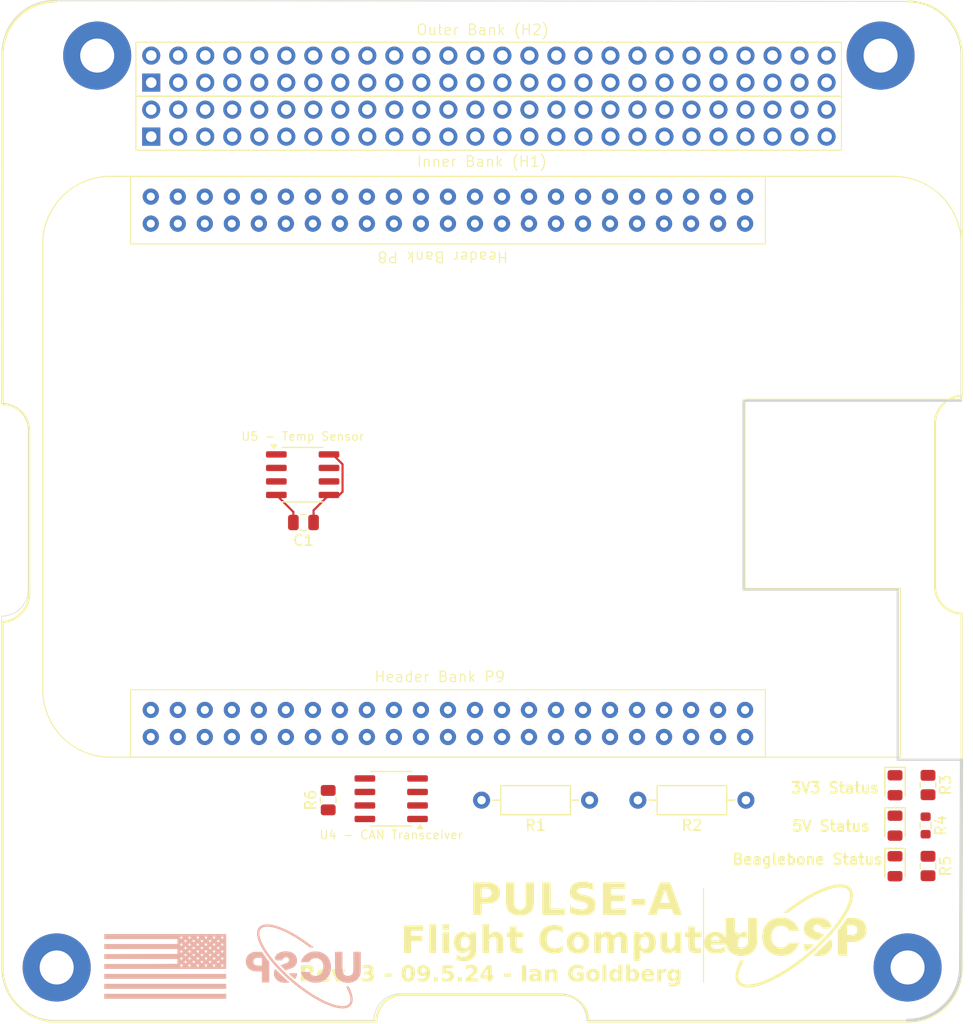
<source format=kicad_pcb>
(kicad_pcb (version 20240108) (generator "pcbnew") (generator_version "8.0")
  (title_block (title "Fight Computer Motherboard - Ian Goldberg"))
  (layers (0 "F.Cu" signal) (31 "B.Cu" signal) (34 "B.Paste" user) (35 "F.Paste" user) (36 "B.SilkS" user "B.Silkscreen") (37 "F.SilkS" user "F.Silkscreen") (38 "B.Mask" user) (39 "F.Mask" user) (44 "Edge.Cuts" user))
  (net 0 "")
  (net 1 "/5V")
  (net 2 "/I2C_SCL")
  (net 3 "/I2C_SDA")
  (net 5 "/GPIO2_1")
  (net 7 "/GPIO2_24")
  (net 8 "/SYS_RESETn")
  (net 9 "/UART_TX")
  (net 11 "/GPIO2_12")
  (net 12 "GND")
  (net 13 "/CAN_SLNT")
  (net 15 "/GPIO2_23")
  (net 16 "/GPIO2_8")
  (net 18 "/GPIO2_10")
  (net 19 "/CAN1_RX")
  (net 21 "/UART_RX")
  (net 22 "/GPIO2_6")
  (net 23 "/GPIO2_7")
  (net 24 "/GPIO1_13")
  (net 25 "/GPIO1_27")
  (net 26 "/GPIO2_9")
  (net 30 "/GPIO2_25")
  (net 31 "/GPIO1_15")
  (net 33 "/GPIO0_7")
  (net 34 "/GPI02_22")
  (net 37 "/GPIO2_13")
  (net 38 "/GPIO1_12")
  (net 39 "/GPIO1_17")
  (net 44 "/CAN1_TX")
  (net 51 "/GPIO1_26")
  (net 53 "/GPIO1_14")
  (net 64 "/CAN_L")
  (net 65 "/3V3")
  (net 66 "/GPIO1_28")
  (net 68 "/CAN_H")
  (net 92 "/GPIO3_20")
  (net 93 "/FC_TEMP")
  (net 100 "/GPIO1_29")
  (net 104 "/GPIO1_16")
  (net 105 "/GPIO3_19")
  (net 106 "/CAN_SNLT")
  (net 107 "/GPIO2_11")
  (net 133 "/CAN1_SLNT")
  (net 134 "Net-(D1-K)")
  (net 135 "Net-(D2-K)")
  (net 136 "Net-(D3-K)")
  (footprint "Resistor_SMD:R_0805_2012Metric" (layer "F.Cu") (at 167.1 147.88 -90)
    (property "Reference" "R3" (at 0 -1.65 90) (layer "F.SilkS"))
    (property "Value" "15")
    (pad "1" smd roundrect (at -0.9125 0 270) (size 1.025 1.4) (layers "F.Cu" "F.Paste" "F.Mask") (roundrect_rratio 0.243902) (net 134 "Net-(D1-K)"))
    (pad "2" smd roundrect (at 0.9125 0 270) (size 1.025 1.4) (layers "F.Cu" "F.Paste" "F.Mask") (roundrect_rratio 0.243902) (net 12 "GND"))
  )
  (footprint "LED_SMD:LED_0805_2012Metric" (layer "F.Cu") (at 164 155.5125 -90)
    (property "Reference" "D3" (hide yes))
    (property "Value" "Beaglebone Ready")
    (pad "1" smd roundrect (at -0.9375 0 270) (size 0.975 1.4) (layers "F.Cu" "F.Paste" "F.Mask") (net 136 "Net-(D3-K)"))
    (pad "2" smd roundrect (at 0.9375 0 270) (size 0.975 1.4) (layers "F.Cu" "F.Paste" "F.Mask") (net 8 "/SYS_RESETn"))
  )
  (footprint "LED_SMD:LED_0805_2012Metric" (layer "F.Cu") (at 164 147.9 -90)
    (property "Reference" "D1" (hide yes))
    (property "Value" "3V3 Status")
    (pad "1" smd roundrect (at -0.9375 0 270) (size 0.975 1.4) (layers "F.Cu" "F.Paste" "F.Mask") (net 134 "Net-(D1-K)"))
    (pad "2" smd roundrect (at 0.9375 0 270) (size 0.975 1.4) (layers "F.Cu" "F.Paste" "F.Mask") (net 65 "/3V3"))
  )
  (footprint "LED_SMD:LED_0805_2012Metric" (layer "F.Cu") (at 164 151.7 -90)
    (property "Reference" "D2" (hide yes))
    (property "Value" "5V Status")
    (pad "1" smd roundrect (at -0.9375 0 270) (size 0.975 1.4) (layers "F.Cu" "F.Paste" "F.Mask") (net 135 "Net-(D2-K)"))
    (pad "2" smd roundrect (at 0.9375 0 270) (size 0.975 1.4) (layers "F.Cu" "F.Paste" "F.Mask") (net 1 "/5V"))
  )
  (footprint "Package_SO:SOIC-8_3.9x4.9mm_P1.27mm" (layer "F.Cu") (at 108.3 118.7)
    (property "Reference" "U5 - Temp Sensor" (at 0 -3.6 0) (layer "F.SilkS") (effects (font (size 0.8 0.8) (thickness 0.1))))
    (property "Value" "TMP36xS")
    (pad "1" smd roundrect (at -2.475 -1.905) (size 1.95 0.6) (layers "F.Cu" "F.Paste" "F.Mask") (net 93 "/FC_TEMP"))
    (pad "2" smd roundrect (at -2.475 -0.635) (size 1.95 0.6) (layers "F.Cu" "F.Paste" "F.Mask"))
    (pad "3" smd roundrect (at -2.475 0.635) (size 1.95 0.6) (layers "F.Cu" "F.Paste" "F.Mask"))
    (pad "4" smd roundrect (at -2.475 1.905) (size 1.95 0.6) (layers "F.Cu" "F.Paste" "F.Mask") (net 12 "GND"))
    (pad "5" smd roundrect (at 2.475 1.905) (size 1.95 0.6) (layers "F.Cu" "F.Paste" "F.Mask") (net 65 "/3V3"))
    (pad "6" smd roundrect (at 2.475 0.635) (size 1.95 0.6) (layers "F.Cu" "F.Paste" "F.Mask"))
    (pad "7" smd roundrect (at 2.475 -0.635) (size 1.95 0.6) (layers "F.Cu" "F.Paste" "F.Mask"))
    (pad "8" smd roundrect (at 2.475 -1.905) (size 1.95 0.6) (layers "F.Cu" "F.Paste" "F.Mask") (net 65 "/3V3"))
  )
  (footprint "Module:BeagleBoneBlackFootprint" (layer "F.Cu") (at 170.22 90.655 180)
    (property "Reference" "U1" (hide yes))
    (property "Value" "~" (hide yes))
    (fp_text user "Header Bank P8" (at 42.545 -6.985 180) (layer "F.SilkS") (effects (font (thickness 0.1)) (justify left bottom)))
    (fp_text user "Header Bank P9" (at 55.245 -47.625 0) (layer "F.SilkS") (effects (font (thickness 0.1)) (justify left bottom)))
    (pad "1" thru_hole circle (at 20.32 -50.165 180) (size 1.524 1.524) (drill 0.762) (layers "*.Cu" "*.Mask") (net 12 "GND"))
    (pad "1" thru_hole circle (at 20.32 -1.905 180) (size 1.524 1.524) (drill 0.762) (layers "*.Cu" "*.Mask") (net 12 "GND"))
    (pad "2" thru_hole circle (at 20.32 -52.705 180) (size 1.524 1.524) (drill 0.762) (layers "*.Cu" "*.Mask") (net 12 "GND"))
    (pad "2" thru_hole circle (at 20.32 -4.445 180) (size 1.524 1.524) (drill 0.762) (layers "*.Cu" "*.Mask") (net 12 "GND"))
    (pad "3" thru_hole circle (at 22.86 -50.165 180) (size 1.524 1.524) (drill 0.762) (layers "*.Cu" "*.Mask"))
    (pad "3" thru_hole circle (at 22.86 -1.905 180) (size 1.524 1.524) (drill 0.762) (layers "*.Cu" "*.Mask"))
    (pad "4" thru_hole circle (at 22.86 -52.705 180) (size 1.524 1.524) (drill 0.762) (layers "*.Cu" "*.Mask"))
    (pad "4" thru_hole circle (at 22.86 -4.445 180) (size 1.524 1.524) (drill 0.762) (layers "*.Cu" "*.Mask"))
    (pad "5" thru_hole circle (at 25.4 -50.165 180) (size 1.524 1.524) (drill 0.762) (layers "*.Cu" "*.Mask") (net 1 "/5V"))
    (pad "5" thru_hole circle (at 25.4 -1.905 180) (size 1.524 1.524) (drill 0.762) (layers "*.Cu" "*.Mask") (net 1 "/5V"))
    (pad "6" thru_hole circle (at 25.4 -52.705 180) (size 1.524 1.524) (drill 0.762) (layers "*.Cu" "*.Mask") (net 1 "/5V"))
    (pad "6" thru_hole circle (at 25.4 -4.445 180) (size 1.524 1.524) (drill 0.762) (layers "*.Cu" "*.Mask") (net 1 "/5V"))
    (pad "7" thru_hole circle (at 27.94 -50.165 180) (size 1.524 1.524) (drill 0.762) (layers "*.Cu" "*.Mask"))
    (pad "7" thru_hole circle (at 27.94 -1.905 180) (size 1.524 1.524) (drill 0.762) (layers "*.Cu" "*.Mask"))
    (pad "8" thru_hole circle (at 27.94 -52.705 180) (size 1.524 1.524) (drill 0.762) (layers "*.Cu" "*.Mask"))
    (pad "8" thru_hole circle (at 27.94 -4.445 180) (size 1.524 1.524) (drill 0.762) (layers "*.Cu" "*.Mask"))
    (pad "9" thru_hole circle (at 30.48 -50.165 180) (size 1.524 1.524) (drill 0.762) (layers "*.Cu" "*.Mask"))
    (pad "9" thru_hole circle (at 30.48 -1.905 180) (size 1.524 1.524) (drill 0.762) (layers "*.Cu" "*.Mask"))
    (pad "10" thru_hole circle (at 30.48 -52.705 180) (size 1.524 1.524) (drill 0.762) (layers "*.Cu" "*.Mask") (net 8 "/SYS_RESETn"))
    (pad "10" thru_hole circle (at 30.48 -4.445 180) (size 1.524 1.524) (drill 0.762) (layers "*.Cu" "*.Mask") (net 8 "/SYS_RESETn"))
    (pad "11" thru_hole circle (at 33.02 -50.165 180) (size 1.524 1.524) (drill 0.762) (layers "*.Cu" "*.Mask") (net 24 "/GPIO1_13"))
    (pad "11" thru_hole circle (at 33.02 -1.905 180) (size 1.524 1.524) (drill 0.762) (layers "*.Cu" "*.Mask") (net 24 "/GPIO1_13"))
    (pad "12" thru_hole circle (at 33.02 -52.705 180) (size 1.524 1.524) (drill 0.762) (layers "*.Cu" "*.Mask") (net 38 "/GPIO1_12"))
    (pad "12" thru_hole circle (at 33.02 -4.445 180) (size 1.524 1.524) (drill 0.762) (layers "*.Cu" "*.Mask") (net 38 "/GPIO1_12"))
    (pad "13" thru_hole circle (at 35.56 -50.165 180) (size 1.524 1.524) (drill 0.762) (layers "*.Cu" "*.Mask"))
    (pad "13" thru_hole circle (at 35.56 -1.905 180) (size 1.524 1.524) (drill 0.762) (layers "*.Cu" "*.Mask"))
    (pad "14" thru_hole circle (at 35.56 -52.705 180) (size 1.524 1.524) (drill 0.762) (layers "*.Cu" "*.Mask") (net 51 "/GPIO1_26"))
    (pad "14" thru_hole circle (at 35.56 -4.445 180) (size 1.524 1.524) (drill 0.762) (layers "*.Cu" "*.Mask") (net 51 "/GPIO1_26"))
    (pad "15" thru_hole circle (at 38.1 -50.165 180) (size 1.524 1.524) (drill 0.762) (layers "*.Cu" "*.Mask") (net 31 "/GPIO1_15"))
    (pad "15" thru_hole circle (at 38.1 -1.905 180) (size 1.524 1.524) (drill 0.762) (layers "*.Cu" "*.Mask") (net 31 "/GPIO1_15"))
    (pad "16" thru_hole circle (at 38.1 -52.705 180) (size 1.524 1.524) (drill 0.762) (layers "*.Cu" "*.Mask") (net 53 "/GPIO1_14"))
    (pad "16" thru_hole circle (at 38.1 -4.445 180) (size 1.524 1.524) (drill 0.762) (layers "*.Cu" "*.Mask") (net 53 "/GPIO1_14"))
    (pad "17" thru_hole circle (at 40.64 -50.165 180) (size 1.524 1.524) (drill 0.762) (layers "*.Cu" "*.Mask") (net 25 "/GPIO1_27"))
    (pad "17" thru_hole circle (at 40.64 -1.905 180) (size 1.524 1.524) (drill 0.762) (layers "*.Cu" "*.Mask") (net 25 "/GPIO1_27"))
    (pad "18" thru_hole circle (at 40.64 -52.705 180) (size 1.524 1.524) (drill 0.762) (layers "*.Cu" "*.Mask") (net 5 "/GPIO2_1"))
    (pad "18" thru_hole circle (at 40.64 -4.445 180) (size 1.524 1.524) (drill 0.762) (layers "*.Cu" "*.Mask") (net 5 "/GPIO2_1"))
    (pad "19" thru_hole circle (at 43.18 -50.165 180) (size 1.524 1.524) (drill 0.762) (layers "*.Cu" "*.Mask"))
    (pad "19" thru_hole circle (at 43.18 -1.905 180) (size 1.524 1.524) (drill 0.762) (layers "*.Cu" "*.Mask"))
    (pad "20" thru_hole circle (at 43.18 -52.705 180) (size 1.524 1.524) (drill 0.762) (layers "*.Cu" "*.Mask"))
    (pad "20" thru_hole circle (at 43.18 -4.445 180) (size 1.524 1.524) (drill 0.762) (layers "*.Cu" "*.Mask"))
    (pad "21" thru_hole circle (at 45.72 -50.165 180) (size 1.524 1.524) (drill 0.762) (layers "*.Cu" "*.Mask") (net 9 "/UART_TX"))
    (pad "21" thru_hole circle (at 45.72 -1.905 180) (size 1.524 1.524) (drill 0.762) (layers "*.Cu" "*.Mask") (net 9 "/UART_TX"))
    (pad "22" thru_hole circle (at 45.72 -52.705 180) (size 1.524 1.524) (drill 0.762) (layers "*.Cu" "*.Mask") (net 21 "/UART_RX"))
    (pad "22" thru_hole circle (at 45.72 -4.445 180) (size 1.524 1.524) (drill 0.762) (layers "*.Cu" "*.Mask") (net 21 "/UART_RX"))
    (pad "23" thru_hole circle (at 48.26 -50.165 180) (size 1.524 1.524) (drill 0.762) (layers "*.Cu" "*.Mask") (net 39 "/GPIO1_17"))
    (pad "23" thru_hole circle (at 48.26 -1.905 180) (size 1.524 1.524) (drill 0.762) (layers "*.Cu" "*.Mask") (net 39 "/GPIO1_17"))
    (pad "24" thru_hole circle (at 48.26 -52.705 180) (size 1.524 1.524) (drill 0.762) (layers "*.Cu" "*.Mask") (net 19 "/CAN1_RX"))
    (pad "24" thru_hole circle (at 48.26 -4.445 180) (size 1.524 1.524) (drill 0.762) (layers "*.Cu" "*.Mask") (net 19 "/CAN1_RX"))
    (pad "25" thru_hole circle (at 50.8 -50.165 180) (size 1.524 1.524) (drill 0.762) (layers "*.Cu" "*.Mask") (net 13 "/CAN_SLNT"))
    (pad "25" thru_hole circle (at 50.8 -1.905 180) (size 1.524 1.524) (drill 0.762) (layers "*.Cu" "*.Mask") (net 13 "/CAN_SLNT"))
    (pad "26" thru_hole circle (at 50.8 -52.705 180) (size 1.524 1.524) (drill 0.762) (layers "*.Cu" "*.Mask") (net 44 "/CAN1_TX"))
    (pad "26" thru_hole circle (at 50.8 -4.445 180) (size 1.524 1.524) (drill 0.762) (layers "*.Cu" "*.Mask") (net 44 "/CAN1_TX"))
    (pad "27" thru_hole circle (at 53.34 -50.165 180) (size 1.524 1.524) (drill 0.762) (layers "*.Cu" "*.Mask") (net 34 "/GPI02_22"))
    (pad "27" thru_hole circle (at 53.34 -1.905 180) (size 1.524 1.524) (drill 0.762) (layers "*.Cu" "*.Mask") (net 34 "/GPI02_22"))
    (pad "28" thru_hole circle (at 53.34 -52.705 180) (size 1.524 1.524) (drill 0.762) (layers "*.Cu" "*.Mask") (net 7 "/GPIO2_24"))
    (pad "28" thru_hole circle (at 53.34 -4.445 180) (size 1.524 1.524) (drill 0.762) (layers "*.Cu" "*.Mask") (net 7 "/GPIO2_24"))
    (pad "29" thru_hole circle (at 55.88 -50.165 180) (size 1.524 1.524) (drill 0.762) (layers "*.Cu" "*.Mask") (net 15 "/GPIO2_23"))
    (pad "29" thru_hole circle (at 55.88 -1.905 180) (size 1.524 1.524) (drill 0.762) (layers "*.Cu" "*.Mask") (net 15 "/GPIO2_23"))
    (pad "30" thru_hole circle (at 55.88 -52.705 180) (size 1.524 1.524) (drill 0.762) (layers "*.Cu" "*.Mask") (net 30 "/GPIO2_25"))
    (pad "30" thru_hole circle (at 55.88 -4.445 180) (size 1.524 1.524) (drill 0.762) (layers "*.Cu" "*.Mask") (net 30 "/GPIO2_25"))
    (pad "31" thru_hole circle (at 58.42 -50.165 180) (size 1.524 1.524) (drill 0.762) (layers "*.Cu" "*.Mask"))
    (pad "31" thru_hole circle (at 58.42 -1.905 180) (size 1.524 1.524) (drill 0.762) (layers "*.Cu" "*.Mask"))
    (pad "32" thru_hole circle (at 58.42 -52.705 180) (size 1.524 1.524) (drill 0.762) (layers "*.Cu" "*.Mask"))
    (pad "32" thru_hole circle (at 58.42 -4.445 180) (size 1.524 1.524) (drill 0.762) (layers "*.Cu" "*.Mask"))
    (pad "33" thru_hole circle (at 60.96 -50.165 180) (size 1.524 1.524) (drill 0.762) (layers "*.Cu" "*.Mask"))
    (pad "33" thru_hole circle (at 60.96 -1.905 180) (size 1.524 1.524) (drill 0.762) (layers "*.Cu" "*.Mask"))
    (pad "34" thru_hole circle (at 60.96 -52.705 180) (size 1.524 1.524) (drill 0.762) (layers "*.Cu" "*.Mask"))
    (pad "34" thru_hole circle (at 60.96 -4.445 180) (size 1.524 1.524) (drill 0.762) (layers "*.Cu" "*.Mask"))
    (pad "35" thru_hole circle (at 63.5 -50.165 180) (size 1.524 1.524) (drill 0.762) (layers "*.Cu" "*.Mask"))
    (pad "35" thru_hole circle (at 63.5 -1.905 180) (size 1.524 1.524) (drill 0.762) (layers "*.Cu" "*.Mask"))
    (pad "36" thru_hole circle (at 63.5 -52.705 180) (size 1.524 1.524) (drill 0.762) (layers "*.Cu" "*.Mask"))
    (pad "36" thru_hole circle (at 63.5 -4.445 180) (size 1.524 1.524) (drill 0.762) (layers "*.Cu" "*.Mask"))
    (pad "37" thru_hole circle (at 66.04 -50.165 180) (size 1.524 1.524) (drill 0.762) (layers "*.Cu" "*.Mask"))
    (pad "37" thru_hole circle (at 66.04 -1.905 180) (size 1.524 1.524) (drill 0.762) (layers "*.Cu" "*.Mask"))
    (pad "38" thru_hole circle (at 66.04 -52.705 180) (size 1.524 1.524) (drill 0.762) (layers "*.Cu" "*.Mask"))
    (pad "38" thru_hole circle (at 66.04 -4.445 180) (size 1.524 1.524) (drill 0.762) (layers "*.Cu" "*.Mask"))
    (pad "39" thru_hole circle (at 68.58 -50.165 180) (size 1.524 1.524) (drill 0.762) (layers "*.Cu" "*.Mask") (net 11 "/GPIO2_12"))
    (pad "39" thru_hole circle (at 68.58 -1.905 180) (size 1.524 1.524) (drill 0.762) (layers "*.Cu" "*.Mask") (net 11 "/GPIO2_12"))
    (pad "40" thru_hole circle (at 68.58 -52.705 180) (size 1.524 1.524) (drill 0.762) (layers "*.Cu" "*.Mask") (net 37 "/GPIO2_13"))
    (pad "40" thru_hole circle (at 68.58 -4.445 180) (size 1.524 1.524) (drill 0.762) (layers "*.Cu" "*.Mask") (net 37 "/GPIO2_13"))
    (pad "41" thru_hole circle (at 71.12 -50.165 180) (size 1.524 1.524) (drill 0.762) (layers "*.Cu" "*.Mask") (net 18 "/GPIO2_10"))
    (pad "41" thru_hole circle (at 71.12 -1.905 180) (size 1.524 1.524) (drill 0.762) (layers "*.Cu" "*.Mask") (net 18 "/GPIO2_10"))
    (pad "42" thru_hole circle (at 71.12 -52.705 180) (size 1.524 1.524) (drill 0.762) (layers "*.Cu" "*.Mask") (net 33 "/GPIO0_7"))
    (pad "42" thru_hole circle (at 71.12 -4.445 180) (size 1.524 1.524) (drill 0.762) (layers "*.Cu" "*.Mask") (net 33 "/GPIO0_7"))
    (pad "43" thru_hole circle (at 73.66 -50.165 180) (size 1.524 1.524) (drill 0.762) (layers "*.Cu" "*.Mask") (net 16 "/GPIO2_8"))
    (pad "43" thru_hole circle (at 73.66 -1.905 180) (size 1.524 1.524) (drill 0.762) (layers "*.Cu" "*.Mask") (net 16 "/GPIO2_8"))
    (pad "44" thru_hole circle (at 73.66 -52.705 180) (size 1.524 1.524) (drill 0.762) (layers "*.Cu" "*.Mask") (net 26 "/GPIO2_9"))
    (pad "44" thru_hole circle (at 73.66 -4.445 180) (size 1.524 1.524) (drill 0.762) (layers "*.Cu" "*.Mask") (net 26 "/GPIO2_9"))
    (pad "45" thru_hole circle (at 76.2 -50.165 180) (size 1.524 1.524) (drill 0.762) (layers "*.Cu" "*.Mask") (net 22 "/GPIO2_6"))
    (pad "45" thru_hole circle (at 76.2 -1.905 180) (size 1.524 1.524) (drill 0.762) (layers "*.Cu" "*.Mask") (net 22 "/GPIO2_6"))
    (pad "46" thru_hole circle (at 76.2 -52.705 180) (size 1.524 1.524) (drill 0.762) (layers "*.Cu" "*.Mask") (net 23 "/GPIO2_7"))
    (pad "46" thru_hole circle (at 76.2 -4.445 180) (size 1.524 1.524) (drill 0.762) (layers "*.Cu" "*.Mask") (net 23 "/GPIO2_7"))
  )
  (footprint "Resistor_THT:R_Axial_DIN0207_L6.3mm_D2.5mm_P10.16mm_Horizontal" (layer "F.Cu") (at 135.28 149.3 180)
    (property "Reference" "R1" (at 5.08 -2.37 180) (layer "F.SilkS"))
    (property "Value" "5.6k")
    (pad "1" thru_hole circle (at 0 0 180) (size 1.6 1.6) (drill 0.8) (layers "*.Cu" "*.Mask") (net 1 "/5V"))
    (pad "2" thru_hole oval (at 10.16 0 180) (size 1.6 1.6) (drill 0.8) (layers "*.Cu" "*.Mask") (net 2 "/I2C_SCL"))
  )
  (footprint "Resistor_SMD:R_0603_1608Metric" (layer "F.Cu") (at 166.875 151.68 -90)
    (property "Reference" "R4" (at 0 -1.43 90) (layer "F.SilkS"))
    (property "Value" "150")
    (pad "1" smd roundrect (at -0.825 0 270) (size 0.8 0.95) (layers "F.Cu" "F.Paste" "F.Mask") (net 135 "Net-(D2-K)"))
    (pad "2" smd roundrect (at 0.825 0 270) (size 0.8 0.95) (layers "F.Cu" "F.Paste" "F.Mask") (net 12 "GND"))
  )
  (footprint "LOGO" (layer "F.Cu") (at 154.5 162.1)
    (property "Reference" "G***" (hide yes))
    (property "Value" "LOGO" (hide yes))
  )
  (footprint "Resistor_SMD:R_0805_2012Metric" (layer "F.Cu") (at 110.7 149.3 90)
    (property "Reference" "R6" (at 0 -1.65 -90) (layer "F.SilkS"))
    (property "Value" "120")
    (pad "1" smd roundrect (at -0.9125 0 90) (size 1.025 1.4) (layers "F.Cu" "F.Paste" "F.Mask") (roundrect_rratio 0.243902) (net 68 "/CAN_H"))
    (pad "2" smd roundrect (at 0.9125 0 90) (size 1.025 1.4) (layers "F.Cu" "F.Paste" "F.Mask") (roundrect_rratio 0.243902) (net 64 "/CAN_L"))
  )
  (footprint "Resistor_THT:R_Axial_DIN0207_L6.3mm_D2.5mm_P10.16mm_Horizontal" (layer "F.Cu") (at 149.98 149.3 180)
    (property "Reference" "R2" (at 5.08 -2.37 180) (layer "F.SilkS"))
    (property "Value" "5.6k")
    (pad "1" thru_hole circle (at 0 0 180) (size 1.6 1.6) (drill 0.8) (layers "*.Cu" "*.Mask") (net 1 "/5V"))
    (pad "2" thru_hole oval (at 10.16 0 180) (size 1.6 1.6) (drill 0.8) (layers "*.Cu" "*.Mask") (net 3 "/I2C_SDA"))
  )
  (footprint "PCI104Connector:PCI104ConnectorComplete" (layer "F.Cu") (at 80.09 170.11)
    (property "Reference" "U2" (hide yes))
    (property "Value" "~" (hide yes))
    (fp_text user "Inner Bank (H1)" (at 38.88 -80.27 0) (layer "F.SilkS") (effects (font (thickness 0.1)) (justify left bottom)))
    (fp_text user "Outer Bank (H2)" (at 38.83 -92.65 0) (layer "F.SilkS") (effects (font (thickness 0.1)) (justify left bottom)))
    (pad "" thru_hole circle (at 5.08 -5.08 90) (size 6.4 6.4) (drill 3.2) (layers "*.Cu" "*.Mask"))
    (pad "" thru_hole circle (at 8.89 -90.81) (size 6.4 6.4) (drill 3.2) (layers "*.Cu" "*.Mask"))
    (pad "" thru_hole circle (at 82.55 -90.81) (size 6.4 6.4) (drill 3.2) (layers "*.Cu" "*.Mask"))
    (pad "" thru_hole circle (at 85.09 -5.08) (size 6.4 6.4) (drill 3.2) (layers "*.Cu" "*.Mask"))
    (pad "1" thru_hole rect (at 13.97 -83.19 90) (size 1.7 1.7) (drill 1) (layers "*.Cu" "*.Mask") (net 64 "/CAN_L"))
    (pad "2" thru_hole oval (at 13.97 -85.73 90) (size 1.7 1.7) (drill 1) (layers "*.Cu" "*.Mask"))
    (pad "3" thru_hole oval (at 16.51 -83.19 90) (size 1.7 1.7) (drill 1) (layers "*.Cu" "*.Mask") (net 68 "/CAN_H"))
    (pad "4" thru_hole oval (at 16.51 -85.73 90) (size 1.7 1.7) (drill 1) (layers "*.Cu" "*.Mask"))
    (pad "5" thru_hole oval (at 19.05 -83.19 90) (size 1.7 1.7) (drill 1) (layers "*.Cu" "*.Mask"))
    (pad "6" thru_hole oval (at 19.05 -85.73 90) (size 1.7 1.7) (drill 1) (layers "*.Cu" "*.Mask"))
    (pad "7" thru_hole oval (at 21.59 -83.19 90) (size 1.7 1.7) (drill 1) (layers "*.Cu" "*.Mask"))
    (pad "8" thru_hole oval (at 21.59 -85.73 90) (size 1.7 1.7) (drill 1) (layers "*.Cu" "*.Mask"))
    (pad "9" thru_hole oval (at 24.13 -83.19 90) (size 1.7 1.7) (drill 1) (layers "*.Cu" "*.Mask"))
    (pad "10" thru_hole oval (at 24.13 -85.73 90) (size 1.7 1.7) (drill 1) (layers "*.Cu" "*.Mask"))
    (pad "11" thru_hole oval (at 26.67 -83.19 90) (size 1.7 1.7) (drill 1) (layers "*.Cu" "*.Mask") (net 24 "/GPIO1_13"))
    (pad "12" thru_hole oval (at 26.67 -85.73 90) (size 1.7 1.7) (drill 1) (layers "*.Cu" "*.Mask") (net 8 "/SYS_RESETn"))
    (pad "13" thru_hole oval (at 29.21 -83.19 90) (size 1.7 1.7) (drill 1) (layers "*.Cu" "*.Mask") (net 38 "/GPIO1_12"))
    (pad "14" thru_hole oval (at 29.21 -85.73 90) (size 1.7 1.7) (drill 1) (layers "*.Cu" "*.Mask"))
    (pad "15" thru_hole oval (at 31.75 -83.19 90) (size 1.7 1.7) (drill 1) (layers "*.Cu" "*.Mask") (net 51 "/GPIO1_26"))
    (pad "16" thru_hole oval (at 31.75 -85.73 90) (size 1.7 1.7) (drill 1) (layers "*.Cu" "*.Mask"))
    (pad "17" thru_hole oval (at 34.29 -83.19 90) (size 1.7 1.7) (drill 1) (layers "*.Cu" "*.Mask") (net 31 "/GPIO1_15"))
    (pad "18" thru_hole oval (at 34.29 -85.73 90) (size 1.7 1.7) (drill 1) (layers "*.Cu" "*.Mask"))
    (pad "19" thru_hole oval (at 36.83 -83.19 90) (size 1.7 1.7) (drill 1) (layers "*.Cu" "*.Mask"))
    (pad "20" thru_hole oval (at 36.83 -85.73 90) (size 1.7 1.7) (drill 1) (layers "*.Cu" "*.Mask"))
    (pad "21" thru_hole oval (at 39.37 -83.19 90) (size 1.7 1.7) (drill 1) (layers "*.Cu" "*.Mask") (net 25 "/GPIO1_27"))
    (pad "22" thru_hole oval (at 39.37 -85.73 90) (size 1.7 1.7) (drill 1) (layers "*.Cu" "*.Mask") (net 37 "/GPIO2_13"))
    (pad "23" thru_hole oval (at 41.91 -83.19 90) (size 1.7 1.7) (drill 1) (layers "*.Cu" "*.Mask") (net 5 "/GPIO2_1"))
    (pad "24" thru_hole oval (at 41.91 -85.73 90) (size 1.7 1.7) (drill 1) (layers "*.Cu" "*.Mask") (net 18 "/GPIO2_10"))
    (pad "25" thru_hole oval (at 44.45 -83.19 90) (size 1.7 1.7) (drill 1) (layers "*.Cu" "*.Mask") (net 65 "/3V3"))
    (pad "26" thru_hole oval (at 44.45 -85.73 90) (size 1.7 1.7) (drill 1) (layers "*.Cu" "*.Mask") (net 65 "/3V3"))
    (pad "27" thru_hole oval (at 46.99 -83.19 90) (size 1.7 1.7) (drill 1) (layers "*.Cu" "*.Mask") (net 100 "/GPIO1_29"))
    (pad "28" thru_hole oval (at 46.99 -85.73 90) (size 1.7 1.7) (drill 1) (layers "*.Cu" "*.Mask") (net 107 "/GPIO2_11"))
    (pad "29" thru_hole oval (at 49.53 -83.19 90) (size 1.7 1.7) (drill 1) (layers "*.Cu" "*.Mask") (net 34 "/GPI02_22"))
    (pad "30" thru_hole oval (at 49.53 -85.73 90) (size 1.7 1.7) (drill 1) (layers "*.Cu" "*.Mask") (net 16 "/GPIO2_8"))
    (pad "31" thru_hole oval (at 52.07 -83.19 90) (size 1.7 1.7) (drill 1) (layers "*.Cu" "*.Mask"))
    (pad "32" thru_hole oval (at 52.07 -85.73 90) (size 1.7 1.7) (drill 1) (layers "*.Cu" "*.Mask"))
    (pad "33" thru_hole oval (at 54.61 -83.19 90) (size 1.7 1.7) (drill 1) (layers "*.Cu" "*.Mask") (net 9 "/UART_TX"))
    (pad "34" thru_hole oval (at 54.61 -85.73 90) (size 1.7 1.7) (drill 1) (layers "*.Cu" "*.Mask") (net 26 "/GPIO2_9"))
    (pad "35" thru_hole oval (at 57.15 -83.19 90) (size 1.7 1.7) (drill 1) (layers "*.Cu" "*.Mask") (net 21 "/UART_RX"))
    (pad "36" thru_hole oval (at 57.15 -85.73 90) (size 1.7 1.7) (drill 1) (layers "*.Cu" "*.Mask") (net 22 "/GPIO2_6"))
    (pad "37" thru_hole oval (at 59.69 -83.19 90) (size 1.7 1.7) (drill 1) (layers "*.Cu" "*.Mask"))
    (pad "38" thru_hole oval (at 59.69 -85.73 90) (size 1.7 1.7) (drill 1) (layers "*.Cu" "*.Mask"))
    (pad "39" thru_hole oval (at 62.23 -83.19 90) (size 1.7 1.7) (drill 1) (layers "*.Cu" "*.Mask"))
    (pad "40" thru_hole oval (at 62.23 -85.73 90) (size 1.7 1.7) (drill 1) (layers "*.Cu" "*.Mask"))
    (pad "41" thru_hole oval (at 64.77 -83.19 90) (size 1.7 1.7) (drill 1) (layers "*.Cu" "*.Mask") (net 3 "/I2C_SDA"))
    (pad "42" thru_hole oval (at 64.77 -85.73 90) (size 1.7 1.7) (drill 1) (layers "*.Cu" "*.Mask") (net 30 "/GPIO2_25"))
    (pad "43" thru_hole oval (at 67.31 -83.19 90) (size 1.7 1.7) (drill 1) (layers "*.Cu" "*.Mask") (net 2 "/I2C_SCL"))
    (pad "44" thru_hole oval (at 67.31 -85.73 90) (size 1.7 1.7) (drill 1) (layers "*.Cu" "*.Mask") (net 11 "/GPIO2_12"))
    (pad "45" thru_hole oval (at 69.85 -83.19 90) (size 1.7 1.7) (drill 1) (layers "*.Cu" "*.Mask") (net 7 "/GPIO2_24"))
    (pad "46" thru_hole oval (at 69.85 -85.73 90) (size 1.7 1.7) (drill 1) (layers "*.Cu" "*.Mask") (net 15 "/GPIO2_23"))
    (pad "47" thru_hole oval (at 72.39 -83.19 90) (size 1.7 1.7) (drill 1) (layers "*.Cu" "*.Mask"))
    (pad "48" thru_hole oval (at 72.39 -85.73 90) (size 1.7 1.7) (drill 1) (layers "*.Cu" "*.Mask"))
    (pad "49" thru_hole oval (at 74.93 -83.19 90) (size 1.7 1.7) (drill 1) (layers "*.Cu" "*.Mask"))
    (pad "50" thru_hole oval (at 74.93 -85.73 90) (size 1.7 1.7) (drill 1) (layers "*.Cu" "*.Mask"))
    (pad "51" thru_hole oval (at 77.47 -83.19 90) (size 1.7 1.7) (drill 1) (layers "*.Cu" "*.Mask"))
    (pad "52" thru_hole oval (at 77.47 -85.73 90) (size 1.7 1.7) (drill 1) (layers "*.Cu" "*.Mask"))
    (pad "53" thru_hole rect (at 13.97 -88.27 90) (size 1.7 1.7) (drill 1) (layers "*.Cu" "*.Mask") (net 93 "/FC_TEMP"))
    (pad "54" thru_hole oval (at 13.97 -90.81 90) (size 1.7 1.7) (drill 1) (layers "*.Cu" "*.Mask"))
    (pad "55" thru_hole oval (at 16.51 -88.27 90) (size 1.7 1.7) (drill 1) (layers "*.Cu" "*.Mask"))
    (pad "56" thru_hole oval (at 16.51 -90.81 90) (size 1.7 1.7) (drill 1) (layers "*.Cu" "*.Mask"))
    (pad "57" thru_hole oval (at 19.05 -88.27 90) (size 1.7 1.7) (drill 1) (layers "*.Cu" "*.Mask"))
    (pad "58" thru_hole oval (at 19.05 -90.81 90) (size 1.7 1.7) (drill 1) (layers "*.Cu" "*.Mask"))
    (pad "59" thru_hole oval (at 21.59 -88.27 90) (size 1.7 1.7) (drill 1) (layers "*.Cu" "*.Mask"))
    (pad "60" thru_hole oval (at 21.59 -90.81 90) (size 1.7 1.7) (drill 1) (layers "*.Cu" "*.Mask"))
    (pad "61" thru_hole oval (at 24.13 -88.27 90) (size 1.7 1.7) (drill 1) (layers "*.Cu" "*.Mask"))
    (pad "62" thru_hole oval (at 24.13 -90.81 90) (size 1.7 1.7) (drill 1) (layers "*.Cu" "*.Mask"))
    (pad "63" thru_hole oval (at 26.67 -88.27 90) (size 1.7 1.7) (drill 1) (layers "*.Cu" "*.Mask"))
    (pad "64" thru_hole oval (at 26.67 -90.81 90) (size 1.7 1.7) (drill 1) (layers "*.Cu" "*.Mask"))
    (pad "65" thru_hole oval (at 29.21 -88.27 90) (size 1.7 1.7) (drill 1) (layers "*.Cu" "*.Mask"))
    (pad "66" thru_hole oval (at 29.21 -90.81 90) (size 1.7 1.7) (drill 1) (layers "*.Cu" "*.Mask"))
    (pad "67" thru_hole oval (at 31.75 -88.27 90) (size 1.7 1.7) (drill 1) (layers "*.Cu" "*.Mask"))
    (pad "68" thru_hole oval (at 31.75 -90.81 90) (size 1.7 1.7) (drill 1) (layers "*.Cu" "*.Mask") (net 23 "/GPIO2_7"))
    (pad "69" thru_hole oval (at 34.29 -88.27 90) (size 1.7 1.7) (drill 1) (layers "*.Cu" "*.Mask") (net 53 "/GPIO1_14"))
    (pad "70" thru_hole oval (at 34.29 -90.81 90) (size 1.7 1.7) (drill 1) (layers "*.Cu" "*.Mask"))
    (pad "71" thru_hole oval (at 36.83 -88.27 90) (size 1.7 1.7) (drill 1) (layers "*.Cu" "*.Mask") (net 33 "/GPIO0_7"))
    (pad "72" thru_hole oval (at 36.83 -90.81 90) (size 1.7 1.7) (drill 1) (layers "*.Cu" "*.Mask"))
    (pad "73" thru_hole oval (at 39.37 -88.27 90) (size 1.7 1.7) (drill 1) (layers "*.Cu" "*.Mask") (net 92 "/GPIO3_20"))
    (pad "74" thru_hole oval (at 39.37 -90.81 90) (size 1.7 1.7) (drill 1) (layers "*.Cu" "*.Mask") (net 105 "/GPIO3_19"))
    (pad "75" thru_hole oval (at 41.91 -88.27 90) (size 1.7 1.7) (drill 1) (layers "*.Cu" "*.Mask"))
    (pad "76" thru_hole oval (at 41.91 -90.81 90) (size 1.7 1.7) (drill 1) (layers "*.Cu" "*.Mask"))
    (pad "77" thru_hole oval (at 44.45 -88.27 90) (size 1.7 1.7) (drill 1) (layers "*.Cu" "*.Mask") (net 1 "/5V"))
    (pad "78" thru_hole oval (at 44.45 -90.81 90) (size 1.7 1.7) (drill 1) (layers "*.Cu" "*.Mask") (net 1 "/5V"))
    (pad "79" thru_hole oval (at 46.99 -88.27 90) (size 1.7 1.7) (drill 1) (layers "*.Cu" "*.Mask") (net 65 "/3V3"))
    (pad "80" thru_hole oval (at 46.99 -90.81 90) (size 1.7 1.7) (drill 1) (layers "*.Cu" "*.Mask") (net 65 "/3V3"))
    (pad "81" thru_hole oval (at 49.53 -88.27 90) (size 1.7 1.7) (drill 1) (layers "*.Cu" "*.Mask") (net 12 "GND"))
    (pad "82" thru_hole oval (at 49.53 -90.81 90) (size 1.7 1.7) (drill 1) (layers "*.Cu" "*.Mask") (net 12 "GND"))
    (pad "83" thru_hole oval (at 52.07 -88.27 90) (size 1.7 1.7) (drill 1) (layers "*.Cu" "*.Mask") (net 12 "GND"))
    (pad "84" thru_hole oval (at 52.07 -90.81 90) (size 1.7 1.7) (drill 1) (layers "*.Cu" "*.Mask") (net 12 "GND"))
    (pad "85" thru_hole oval (at 54.61 -88.27 90) (size 1.7 1.7) (drill 1) (layers "*.Cu" "*.Mask"))
    (pad "86" thru_hole oval (at 54.61 -90.81 90) (size 1.7 1.7) (drill 1) (layers "*.Cu" "*.Mask"))
    (pad "87" thru_hole oval (at 57.15 -88.27 90) (size 1.7 1.7) (drill 1) (layers "*.Cu" "*.Mask"))
    (pad "88" thru_hole oval (at 57.15 -90.81 90) (size 1.7 1.7) (drill 1) (layers "*.Cu" "*.Mask"))
    (pad "89" thru_hole oval (at 59.69 -88.27 90) (size 1.7 1.7) (drill 1) (layers "*.Cu" "*.Mask"))
    (pad "90" thru_hole oval (at 59.69 -90.81 90) (size 1.7 1.7) (drill 1) (layers "*.Cu" "*.Mask"))
    (pad "91" thru_hole oval (at 62.23 -88.27 90) (size 1.7 1.7) (drill 1) (layers "*.Cu" "*.Mask"))
    (pad "92" thru_hole oval (at 62.23 -90.81 90) (size 1.7 1.7) (drill 1) (layers "*.Cu" "*.Mask") (net 104 "/GPIO1_16"))
    (pad "93" thru_hole oval (at 64.77 -88.27 90) (size 1.7 1.7) (drill 1) (layers "*.Cu" "*.Mask"))
    (pad "94" thru_hole oval (at 64.77 -90.81 90) (size 1.7 1.7) (drill 1) (layers "*.Cu" "*.Mask"))
    (pad "95" thru_hole oval (at 67.31 -88.27 90) (size 1.7 1.7) (drill 1) (layers "*.Cu" "*.Mask") (net 66 "/GPIO1_28"))
    (pad "96" thru_hole oval (at 67.31 -90.81 90) (size 1.7 1.7) (drill 1) (layers "*.Cu" "*.Mask") (net 39 "/GPIO1_17"))
    (pad "97" thru_hole oval (at 69.85 -88.27 90) (size 1.7 1.7) (drill 1) (layers "*.Cu" "*.Mask"))
    (pad "98" thru_hole oval (at 69.85 -90.81 90) (size 1.7 1.7) (drill 1) (layers "*.Cu" "*.Mask"))
    (pad "99" thru_hole oval (at 72.39 -88.27 90) (size 1.7 1.7) (drill 1) (layers "*.Cu" "*.Mask"))
    (pad "100" thru_hole oval (at 72.39 -90.81 90) (size 1.7 1.7) (drill 1) (layers "*.Cu" "*.Mask"))
    (pad "101" thru_hole oval (at 74.93 -88.27 90) (size 1.7 1.7) (drill 1) (layers "*.Cu" "*.Mask"))
    (pad "102" thru_hole oval (at 74.93 -90.81 90) (size 1.7 1.7) (drill 1) (layers "*.Cu" "*.Mask") (net 106 "/CAN_SNLT"))
    (pad "103" thru_hole oval (at 77.47 -88.27 90) (size 1.7 1.7) (drill 1) (layers "*.Cu" "*.Mask"))
    (pad "104" thru_hole oval (at 77.47 -90.81 90) (size 1.7 1.7) (drill 1) (layers "*.Cu" "*.Mask"))
  )
  (footprint "Package_SO:SOIC-8_3.9x4.9mm_P1.27mm" (layer "F.Cu") (at 116.625 149.165 180)
    (property "Reference" "U4 - CAN Transceiver" (at 0 -3.4 180) (layer "F.SilkS") (effects (font (size 0.8 0.8) (thickness 0.1))))
    (property "Value" "TJA1051T-3")
    (pad "1" smd roundrect (at -2.475 -1.905 180) (size 1.95 0.6) (layers "F.Cu" "F.Paste" "F.Mask") (net 44 "/CAN1_TX"))
    (pad "2" smd roundrect (at -2.475 -0.635 180) (size 1.95 0.6) (layers "F.Cu" "F.Paste" "F.Mask") (net 12 "GND"))
    (pad "3" smd roundrect (at -2.475 0.635 180) (size 1.95 0.6) (layers "F.Cu" "F.Paste" "F.Mask") (net 65 "/3V3"))
    (pad "4" smd roundrect (at -2.475 1.905 180) (size 1.95 0.6) (layers "F.Cu" "F.Paste" "F.Mask") (net 19 "/CAN1_RX"))
    (pad "5" smd roundrect (at 2.475 1.905 180) (size 1.95 0.6) (layers "F.Cu" "F.Paste" "F.Mask") (net 65 "/3V3"))
    (pad "6" smd roundrect (at 2.475 0.635 180) (size 1.95 0.6) (layers "F.Cu" "F.Paste" "F.Mask") (net 64 "/CAN_L"))
    (pad "7" smd roundrect (at 2.475 -0.635 180) (size 1.95 0.6) (layers "F.Cu" "F.Paste" "F.Mask") (net 68 "/CAN_H"))
    (pad "8" smd roundrect (at 2.475 -1.905 180) (size 1.95 0.6) (layers "F.Cu" "F.Paste" "F.Mask") (net 133 "/CAN1_SLNT"))
  )
  (footprint "Resistor_SMD:R_0805_2012Metric" (layer "F.Cu") (at 167.1 155.4925 -90)
    (property "Reference" "R5" (at 0 -1.65 90) (layer "F.SilkS"))
    (property "Value" "15")
    (pad "1" smd roundrect (at -0.9125 0 270) (size 1.025 1.4) (layers "F.Cu" "F.Paste" "F.Mask") (roundrect_rratio 0.243902) (net 136 "Net-(D3-K)"))
    (pad "2" smd roundrect (at 0.9125 0 270) (size 1.025 1.4) (layers "F.Cu" "F.Paste" "F.Mask") (roundrect_rratio 0.243902) (net 12 "GND"))
  )
  (footprint "Capacitor_SMD:C_0805_2012Metric" (layer "F.Cu") (at 108.375 123.195 180)
    (property "Reference" "C1" (at 0 -1.68 180) (layer "F.SilkS"))
    (property "Value" "0.1µF")
    (pad "1" smd roundrect (at -0.95 0 180) (size 1 1.45) (layers "F.Cu" "F.Paste" "F.Mask") (net 65 "/3V3"))
    (pad "2" smd roundrect (at 0.95 0 180) (size 1 1.45) (layers "F.Cu" "F.Paste" "F.Mask") (net 12 "GND"))
  )
  (footprint "LOGO" (layer "B.Cu") (at 108.4 164.905473 180)
    (property "Reference" "G***" (hide yes))
    (property "Value" "LOGO" (hide yes))
  )
  (footprint "LOGO" (layer "B.Cu") (at 95.4 164.9 180)
    (property "Reference" "G***" (hide yes))
    (property "Value" "LOGO" (hide yes))
  )
  (gr_line (start 145.996219 157.603781) (end 145.996219 166.414091) (stroke (width 0.1)) (layer "F.SilkS"))
  (gr_line (start 165.17 170) (end 135 170) (stroke (width 0.05)) (layer "Edge.Cuts"))
  (gr_line (start 149.75 129.5) (end 149.75 111.75) (stroke (width 0.2)) (layer "Edge.Cuts"))
  (gr_line (start 80 165) (end 80 132) (stroke (width 0.05)) (layer "Edge.Cuts"))
  (gr_line (start 85.03 74.1) (end 165.2 74.2) (stroke (width 0.05)) (layer "Edge.Cuts"))
  (gr_line (start 85 170) (end 115 170) (stroke (width 0.05)) (layer "Edge.Cuts"))
  (gr_arc (start 115 170) (mid 115.732233 168.232233) (end 117.5 167.5) (stroke (width 0.05)) (layer "Edge.Cuts"))
  (gr_line (start 170.17 165) (end 170.25 145.5) (stroke (width 0.3)) (layer "Edge.Cuts"))
  (gr_line (start 82.5 114.5) (end 82.5 129.5) (stroke (width 0.05)) (layer "Edge.Cuts"))
  (gr_line (start 117.5 167.5) (end 132.5 167.5) (stroke (width 0.05)) (layer "Edge.Cuts"))
  (gr_line (start 170.198915 78.995856) (end 170.200061 111.75) (stroke (width 0.05)) (layer "Edge.Cuts"))
  (gr_arc (start 132.5 167.5) (mid 134.267767 168.232233) (end 135 170) (stroke (width 0.05)) (layer "Edge.Cuts"))
  (gr_line (start 170.25 145.5) (end 164.25 145.5) (stroke (width 0.2)) (layer "Edge.Cuts"))
  (gr_line (start 164.25 129.5) (end 149.75 129.5) (stroke (width 0.2)) (layer "Edge.Cuts"))
  (gr_arc (start 82.5 129.5) (mid 81.767767 131.267767) (end 80 132) (stroke (width 0.05)) (layer "Edge.Cuts"))
  (gr_arc (start 165.2 74.2) (mid 168.66265 75.593056) (end 170.195834 78.995982) (stroke (width 0.05)) (layer "Edge.Cuts"))
  (gr_arc (start 80 112) (mid 81.767767 112.732233) (end 82.5 114.5) (stroke (width 0.05)) (layer "Edge.Cuts"))
  (gr_line (start 149.75 111.75) (end 170.200061 111.75) (stroke (width 0.2)) (layer "Edge.Cuts"))
  (gr_arc (start 80.031539 78.975969) (mid 81.520923 75.502769) (end 85.03 74.1) (stroke (width 0.05)) (layer "Edge.Cuts"))
  (gr_line (start 80.031539 78.975969) (end 80 112) (stroke (width 0.05)) (layer "Edge.Cuts"))
  (gr_arc (start 85 170) (mid 81.464466 168.535534) (end 80 165) (stroke (width 0.05)) (layer "Edge.Cuts"))
  (gr_line (start 164.25 145.5) (end 164.25 129.5) (stroke (width 0.2)) (layer "Edge.Cuts"))
  (gr_arc (start 170.17 165) (mid 168.705534 168.535534) (end 165.17 170) (stroke (width 0.3)) (layer "Edge.Cuts"))
  (gr_text "PULSE-A" (at 144 160.6 0) (layer "F.SilkS") (effects (font (size 3 3) (thickness 0.6) (bold yes)) (justify right bottom)))
  (gr_text "3V3 Status" (at 154.1 148.729 0) (layer "F.SilkS") (effects (font (size 1 1) (thickness 0.2) (bold yes)) (justify left bottom)))
  (gr_text "Rev. 3 - 09.5.24 - Ian Goldberg" (at 144 166.6 0) (layer "F.SilkS") (effects (font (size 1.5 1.5) (thickness 0.3) (bold yes)) (justify right bottom)))
  (gr_text "Flight Computer " (at 117.5 164.1 0) (layer "F.SilkS") (effects (font (size 2.54 2.54) (thickness 0.508) (bold yes)) (justify left bottom)))
  (gr_text "5V Status" (at 154.2 152.324 0) (layer "F.SilkS") (effects (font (size 1 1) (thickness 0.2) (bold yes)) (justify left bottom)))
  (gr_text "Beaglebone Status\n" (at 148.6 155.4475 0) (layer "F.SilkS") (effects (font (size 1 1) (thickness 0.2) (bold yes)) (justify left bottom)))
  (segment (start 163.98125 152.655) (end 164.01875 152.6175) (width 0.2) (layer "F.Cu") (net 1))
  (segment (start 107.425 122.205) (end 105.825 120.605) (width 0.2) (layer "F.Cu") (net 12))
  (segment (start 107.425 123.195) (end 107.425 122.205) (width 0.2) (layer "F.Cu") (net 12))
  (segment (start 163.98125 149.06) (end 164.01875 149.0225) (width 0.2) (layer "F.Cu") (net 65))
  (segment (start 110.775 120.605) (end 111.749999 120.605) (width 0.2) (layer "F.Cu") (net 65))
  (segment (start 111.749999 120.605) (end 112.05 120.304999) (width 0.2) (layer "F.Cu") (net 65))
  (segment (start 109.325 122.055) (end 110.775 120.605) (width 0.2) (layer "F.Cu") (net 65))
  (segment (start 112.05 117.724448) (end 111.120552 116.795) (width 0.2) (layer "F.Cu") (net 65))
  (segment (start 109.325 123.195) (end 109.325 122.055) (width 0.2) (layer "F.Cu") (net 65))
  (segment (start 111.120552 116.795) (end 110.775 116.795) (width 0.2) (layer "F.Cu") (net 65))
  (segment (start 112.05 120.304999) (end 112.05 117.724448) (width 0.2) (layer "F.Cu") (net 65))
)
</source>
